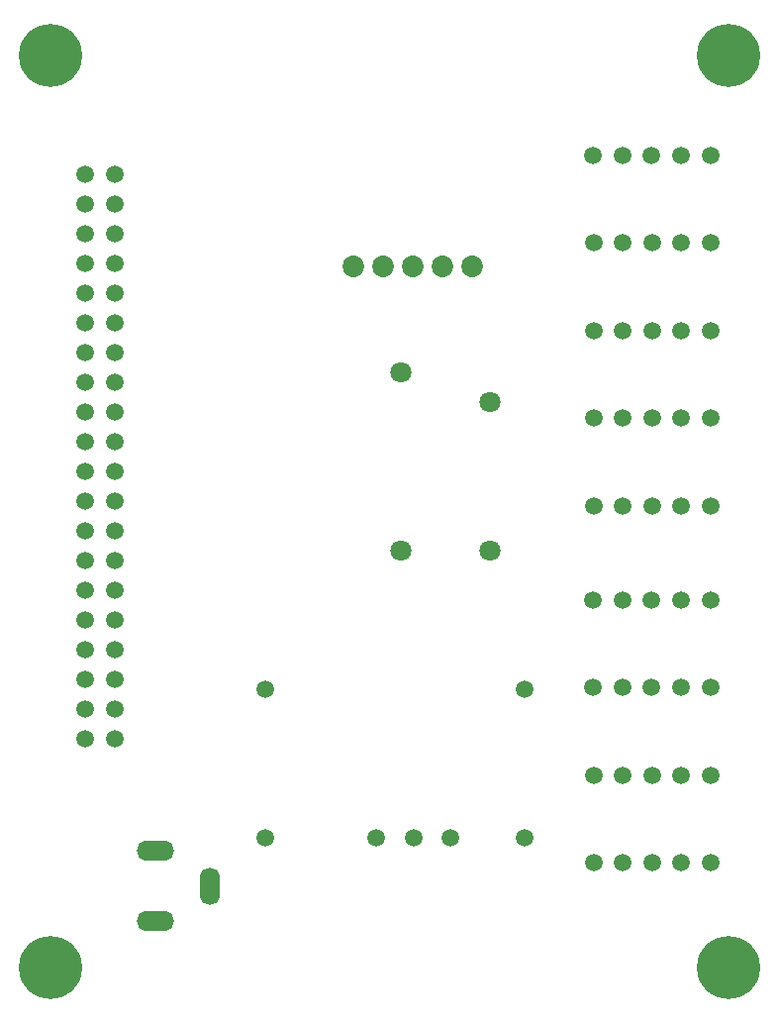
<source format=gbr>
%TF.GenerationSoftware,KiCad,Pcbnew,8.0.8*%
%TF.CreationDate,2025-02-04T22:00:34-05:00*%
%TF.ProjectId,lysimeter-pcb,6c797369-6d65-4746-9572-2d7063622e6b,rev?*%
%TF.SameCoordinates,Original*%
%TF.FileFunction,Soldermask,Bot*%
%TF.FilePolarity,Negative*%
%FSLAX46Y46*%
G04 Gerber Fmt 4.6, Leading zero omitted, Abs format (unit mm)*
G04 Created by KiCad (PCBNEW 8.0.8) date 2025-02-04 22:00:34*
%MOMM*%
%LPD*%
G01*
G04 APERTURE LIST*
%ADD10O,3.220000X1.712000*%
%ADD11O,1.712000X3.220000*%
%ADD12C,1.498600*%
%ADD13C,1.500000*%
%ADD14C,5.400000*%
%ADD15C,1.803400*%
%ADD16C,1.854000*%
G04 APERTURE END LIST*
D10*
%TO.C,J2*%
X129000000Y-125500000D03*
X129000000Y-131500000D03*
D11*
X133700000Y-128500000D03*
%TD*%
D12*
%TO.C,J1*%
X125500000Y-67600000D03*
X122960000Y-67600000D03*
X125500000Y-70140000D03*
X122960000Y-70140000D03*
X125500000Y-72680000D03*
X122960000Y-72680000D03*
X125500000Y-75220000D03*
X122960000Y-75220000D03*
X125500000Y-77760000D03*
X122960000Y-77760000D03*
X125500000Y-80300000D03*
X122960000Y-80300000D03*
X125500000Y-82840000D03*
X122960000Y-82840000D03*
X125500000Y-85380000D03*
X122960000Y-85380000D03*
X125500000Y-87920000D03*
X122960000Y-87920000D03*
X125500000Y-90460000D03*
X122960000Y-90460000D03*
X125500000Y-93000000D03*
X122960000Y-93000000D03*
X125500000Y-95540000D03*
X122960000Y-95540000D03*
X125500000Y-98080000D03*
X122960000Y-98080000D03*
X125500000Y-100620000D03*
X122960000Y-100620000D03*
X125500000Y-103160000D03*
X122960000Y-103160000D03*
X125500000Y-105700000D03*
X122960000Y-105700000D03*
X125500000Y-108240000D03*
X122960000Y-108240000D03*
X125500000Y-110780000D03*
X122960000Y-110780000D03*
X125500000Y-113320000D03*
X122960000Y-113320000D03*
X125500000Y-115860000D03*
X122960000Y-115860000D03*
%TD*%
D13*
%TO.C,U3*%
X138387500Y-111650000D03*
X138387500Y-124350000D03*
X147912500Y-124350000D03*
X151087500Y-124350000D03*
X154262500Y-124350000D03*
X160612500Y-124350000D03*
X160612500Y-111650000D03*
%TD*%
D12*
%TO.C,J3*%
X176466600Y-66029801D03*
X173966600Y-66029801D03*
X171466600Y-66029801D03*
X168966600Y-66029801D03*
X166466600Y-66029801D03*
%TD*%
D14*
%TO.C,H4*%
X178000000Y-135500000D03*
%TD*%
D12*
%TO.C,J11*%
X176500000Y-126500000D03*
X174000000Y-126500000D03*
X171500000Y-126500000D03*
X169000000Y-126500000D03*
X166500000Y-126500000D03*
%TD*%
D15*
%TO.C,K2*%
X150000000Y-84569998D03*
X150000000Y-99809998D03*
X157600000Y-99809998D03*
X157600000Y-87109998D03*
%TD*%
D12*
%TO.C,J9*%
X176466600Y-111500000D03*
X173966600Y-111500000D03*
X171466600Y-111500000D03*
X168966600Y-111500000D03*
X166466600Y-111500000D03*
%TD*%
D14*
%TO.C,H1*%
X120000000Y-57500000D03*
%TD*%
D12*
%TO.C,J7*%
X176500000Y-96000000D03*
X174000000Y-96000000D03*
X171500000Y-96000000D03*
X169000000Y-96000000D03*
X166500000Y-96000000D03*
%TD*%
D14*
%TO.C,H3*%
X120000000Y-135500000D03*
%TD*%
D12*
%TO.C,J4*%
X176500000Y-73500000D03*
X174000000Y-73500000D03*
X171500000Y-73500000D03*
X169000000Y-73500000D03*
X166500000Y-73500000D03*
%TD*%
D14*
%TO.C,H2*%
X178000000Y-57500000D03*
%TD*%
D12*
%TO.C,J6*%
X176500000Y-88500000D03*
X174000000Y-88500000D03*
X171500000Y-88500000D03*
X169000000Y-88500000D03*
X166500000Y-88500000D03*
%TD*%
%TO.C,J8*%
X176466600Y-104029801D03*
X173966600Y-104029801D03*
X171466600Y-104029801D03*
X168966600Y-104029801D03*
X166466600Y-104029801D03*
%TD*%
D16*
%TO.C,J12*%
X145920000Y-75500000D03*
X148460000Y-75500000D03*
X151000000Y-75500000D03*
X153540000Y-75500000D03*
X156080000Y-75500000D03*
%TD*%
D12*
%TO.C,J10*%
X176500000Y-119000000D03*
X174000000Y-119000000D03*
X171500000Y-119000000D03*
X169000000Y-119000000D03*
X166500000Y-119000000D03*
%TD*%
%TO.C,J5*%
X176500000Y-81000000D03*
X174000000Y-81000000D03*
X171500000Y-81000000D03*
X169000000Y-81000000D03*
X166500000Y-81000000D03*
%TD*%
M02*

</source>
